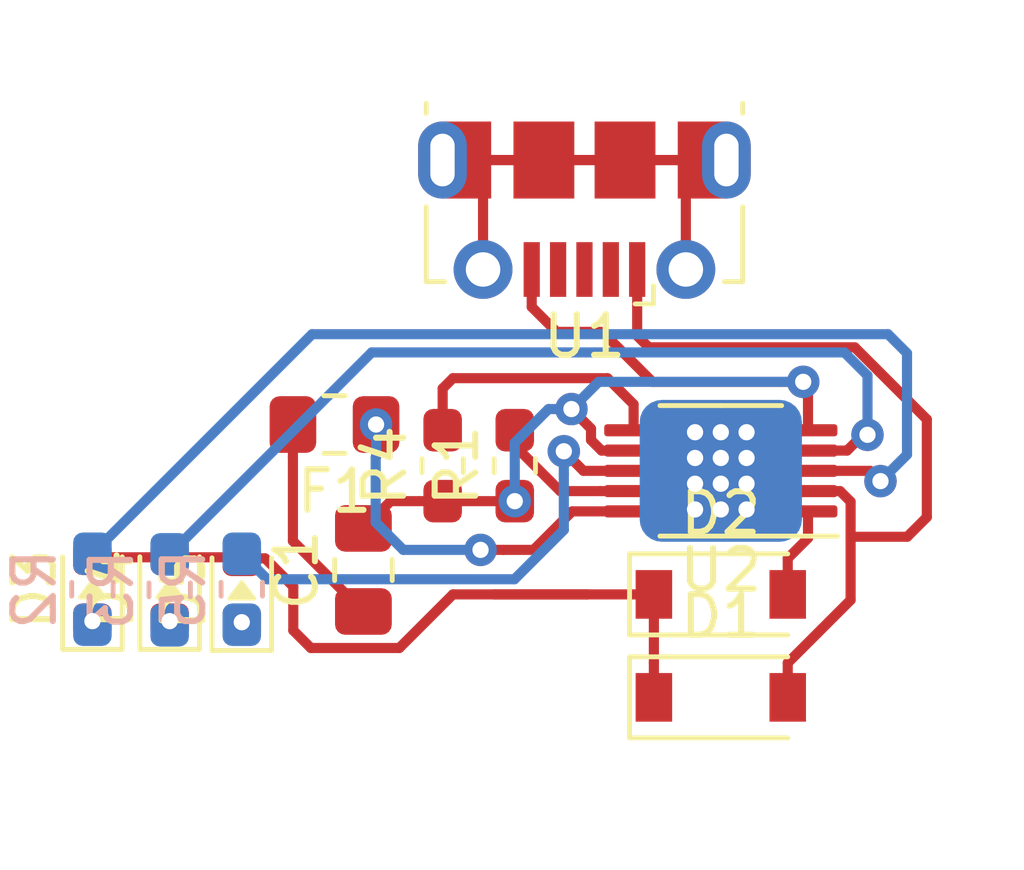
<source format=kicad_pcb>
(kicad_pcb (version 20171130) (host pcbnew 5.1.2-f72e74a~84~ubuntu18.04.1)

  (general
    (thickness 1.6)
    (drawings 0)
    (tracks 113)
    (zones 0)
    (modules 14)
    (nets 15)
  )

  (page User 215.9 139.7)
  (layers
    (0 F.Cu signal)
    (31 B.Cu signal)
    (32 B.Adhes user)
    (33 F.Adhes user)
    (34 B.Paste user)
    (35 F.Paste user)
    (36 B.SilkS user)
    (37 F.SilkS user)
    (38 B.Mask user)
    (39 F.Mask user)
    (40 Dwgs.User user)
    (41 Cmts.User user)
    (42 Eco1.User user)
    (43 Eco2.User user)
    (44 Edge.Cuts user)
    (45 Margin user)
    (46 B.CrtYd user)
    (47 F.CrtYd user)
    (48 B.Fab user)
    (49 F.Fab user)
  )

  (setup
    (last_trace_width 0.25)
    (trace_clearance 0.2)
    (zone_clearance 0.508)
    (zone_45_only no)
    (trace_min 0.2)
    (via_size 0.8)
    (via_drill 0.4)
    (via_min_size 0.4)
    (via_min_drill 0.3)
    (uvia_size 0.3)
    (uvia_drill 0.1)
    (uvias_allowed no)
    (uvia_min_size 0.2)
    (uvia_min_drill 0.1)
    (edge_width 0.05)
    (segment_width 0.2)
    (pcb_text_width 0.3)
    (pcb_text_size 1.5 1.5)
    (mod_edge_width 0.12)
    (mod_text_size 1 1)
    (mod_text_width 0.15)
    (pad_size 1.524 1.524)
    (pad_drill 0.762)
    (pad_to_mask_clearance 0.051)
    (solder_mask_min_width 0.25)
    (aux_axis_origin 0 0)
    (visible_elements FFFFFF7F)
    (pcbplotparams
      (layerselection 0x010fc_ffffffff)
      (usegerberextensions false)
      (usegerberattributes false)
      (usegerberadvancedattributes false)
      (creategerberjobfile false)
      (excludeedgelayer true)
      (linewidth 0.100000)
      (plotframeref false)
      (viasonmask false)
      (mode 1)
      (useauxorigin false)
      (hpglpennumber 1)
      (hpglpenspeed 20)
      (hpglpendiameter 15.000000)
      (psnegative false)
      (psa4output false)
      (plotreference true)
      (plotvalue true)
      (plotinvisibletext false)
      (padsonsilk false)
      (subtractmaskfromsilk false)
      (outputformat 1)
      (mirror false)
      (drillshape 1)
      (scaleselection 1)
      (outputdirectory ""))
  )

  (net 0 "")
  (net 1 GND)
  (net 2 Vout)
  (net 3 "Net-(D1-Pad2)")
  (net 4 "Net-(D1-Pad1)")
  (net 5 "Net-(D2-Pad2)")
  (net 6 "Net-(D3-Pad1)")
  (net 7 "Net-(D4-Pad1)")
  (net 8 "Net-(D5-Pad1)")
  (net 9 "Net-(F1-Pad1)")
  (net 10 "Net-(R1-Pad2)")
  (net 11 "Net-(R2-Pad1)")
  (net 12 "Net-(R3-Pad1)")
  (net 13 "Net-(R4-Pad2)")
  (net 14 "Net-(R5-Pad1)")

  (net_class Default "This is the default net class."
    (clearance 0.2)
    (trace_width 0.25)
    (via_dia 0.8)
    (via_drill 0.4)
    (uvia_dia 0.3)
    (uvia_drill 0.1)
    (add_net GND)
    (add_net "Net-(D1-Pad1)")
    (add_net "Net-(D1-Pad2)")
    (add_net "Net-(D2-Pad2)")
    (add_net "Net-(D3-Pad1)")
    (add_net "Net-(D4-Pad1)")
    (add_net "Net-(D5-Pad1)")
    (add_net "Net-(F1-Pad1)")
    (add_net "Net-(R1-Pad2)")
    (add_net "Net-(R2-Pad1)")
    (add_net "Net-(R3-Pad1)")
    (add_net "Net-(R4-Pad2)")
    (add_net "Net-(R5-Pad1)")
    (add_net "Net-(U1-Pad2)")
    (add_net "Net-(U1-Pad3)")
    (add_net "Net-(U1-Pad4)")
    (add_net Vout)
  )

  (module footprint-lib:MCP73837_MSOP10 (layer F.Cu) (tedit 5D064881) (tstamp 5D064F39)
    (at 38.862 36.83 180)
    (descr "MSOP, 10 Pin (https://www.analog.com/media/en/technical-documentation/data-sheets/3805fg.pdf#page=18), generated with kicad-footprint-generator ipc_gullwing_generator.py")
    (tags MCP73837_MSOP10)
    (path /5CF6CF79)
    (attr smd)
    (fp_text reference U2 (at 0 -2.45) (layer F.SilkS)
      (effects (font (size 1 1) (thickness 0.15)))
    )
    (fp_text value MCP73837_MSOP10 (at 0 2.45) (layer F.Fab)
      (effects (font (size 1 1) (thickness 0.15)))
    )
    (fp_line (start 0 1.61) (end 1.5 1.61) (layer F.SilkS) (width 0.12))
    (fp_line (start 0 1.61) (end -1.5 1.61) (layer F.SilkS) (width 0.12))
    (fp_line (start 0 -1.61) (end 1.5 -1.61) (layer F.SilkS) (width 0.12))
    (fp_line (start 0 -1.61) (end -2.875 -1.61) (layer F.SilkS) (width 0.12))
    (fp_line (start -0.75 -1.5) (end 1.5 -1.5) (layer F.Fab) (width 0.1))
    (fp_line (start 1.5 -1.5) (end 1.5 1.5) (layer F.Fab) (width 0.1))
    (fp_line (start 1.5 1.5) (end -1.5 1.5) (layer F.Fab) (width 0.1))
    (fp_line (start -1.5 1.5) (end -1.5 -0.75) (layer F.Fab) (width 0.1))
    (fp_line (start -1.5 -0.75) (end -0.75 -1.5) (layer F.Fab) (width 0.1))
    (fp_line (start -3.12 -1.75) (end -3.12 1.75) (layer F.CrtYd) (width 0.05))
    (fp_line (start -3.12 1.75) (end 3.12 1.75) (layer F.CrtYd) (width 0.05))
    (fp_line (start 3.12 1.75) (end 3.12 -1.75) (layer F.CrtYd) (width 0.05))
    (fp_line (start 3.12 -1.75) (end -3.12 -1.75) (layer F.CrtYd) (width 0.05))
    (fp_text user %R (at 0 0) (layer F.Fab)
      (effects (font (size 0.75 0.75) (thickness 0.11)))
    )
    (pad PAD thru_hole circle (at 0.635 0.9525 180) (size 0.5 0.5) (drill 0.4) (layers *.Cu))
    (pad PAD thru_hole circle (at 0 0.9525 180) (size 0.5 0.5) (drill 0.4) (layers *.Cu))
    (pad PAD thru_hole circle (at -0.635 0.9525 180) (size 0.5 0.5) (drill 0.4) (layers *.Cu))
    (pad PAD thru_hole circle (at 0.635 0.3175 180) (size 0.5 0.5) (drill 0.4) (layers *.Cu))
    (pad PAD thru_hole circle (at 0 0.3175 180) (size 0.5 0.5) (drill 0.4) (layers *.Cu))
    (pad PAD thru_hole circle (at -0.635 0.3175 180) (size 0.5 0.5) (drill 0.4) (layers *.Cu))
    (pad PAD thru_hole circle (at 0.635 -0.3175 180) (size 0.5 0.5) (drill 0.4) (layers *.Cu))
    (pad PAD thru_hole circle (at 0 -0.3175 180) (size 0.5 0.5) (drill 0.4) (layers *.Cu))
    (pad PAD thru_hole circle (at -0.635 -0.3175 180) (size 0.5 0.5) (drill 0.4) (layers *.Cu))
    (pad PAD thru_hole circle (at 0.635 -0.9525 180) (size 0.5 0.5) (drill 0.4) (layers *.Cu))
    (pad PAD thru_hole circle (at 0 -0.9525 180) (size 0.5 0.5) (drill 0.4) (layers *.Cu))
    (pad PAD thru_hole circle (at -0.635 -0.9525 180) (size 0.5 0.5) (drill 0.4) (layers *.Cu))
    (pad PAD smd roundrect (at 0 0 180) (size 1.8 2.5) (layers F.Cu F.Mask) (roundrect_rratio 0.149))
    (pad PAD smd roundrect (at 0 0 180) (size 4 3.5) (layers B.Cu) (roundrect_rratio 0.156))
    (pad "" smd roundrect (at -0.42 -0.47 180) (size 0.7 0.79) (layers F.Paste) (roundrect_rratio 0.25))
    (pad "" smd roundrect (at -0.42 0.47 180) (size 0.7 0.79) (layers F.Paste) (roundrect_rratio 0.25))
    (pad "" smd roundrect (at 0.42 -0.47 180) (size 0.7 0.79) (layers F.Paste) (roundrect_rratio 0.25))
    (pad "" smd roundrect (at 0.42 0.47 180) (size 0.7 0.79) (layers F.Paste) (roundrect_rratio 0.25))
    (pad 1 smd roundrect (at -2.15 -1 180) (size 1.45 0.3) (layers F.Cu F.Paste F.Mask) (roundrect_rratio 0.25)
      (net 5 "Net-(D2-Pad2)"))
    (pad 2 smd roundrect (at -2.15 -0.5 180) (size 1.45 0.3) (layers F.Cu F.Paste F.Mask) (roundrect_rratio 0.25)
      (net 3 "Net-(D1-Pad2)"))
    (pad 3 smd roundrect (at -2.15 0 180) (size 1.45 0.3) (layers F.Cu F.Paste F.Mask) (roundrect_rratio 0.25)
      (net 11 "Net-(R2-Pad1)"))
    (pad 4 smd roundrect (at -2.15 0.5 180) (size 1.45 0.3) (layers F.Cu F.Paste F.Mask) (roundrect_rratio 0.25)
      (net 12 "Net-(R3-Pad1)"))
    (pad 5 smd roundrect (at -2.15 1 180) (size 1.45 0.3) (layers F.Cu F.Paste F.Mask) (roundrect_rratio 0.25)
      (net 1 GND))
    (pad 6 smd roundrect (at 2.15 1 180) (size 1.45 0.3) (layers F.Cu F.Paste F.Mask) (roundrect_rratio 0.25)
      (net 13 "Net-(R4-Pad2)"))
    (pad 7 smd roundrect (at 2.15 0.5 180) (size 1.45 0.3) (layers F.Cu F.Paste F.Mask) (roundrect_rratio 0.25)
      (net 1 GND))
    (pad 8 smd roundrect (at 2.15 0 180) (size 1.45 0.3) (layers F.Cu F.Paste F.Mask) (roundrect_rratio 0.25)
      (net 14 "Net-(R5-Pad1)"))
    (pad 9 smd roundrect (at 2.15 -0.5 180) (size 1.45 0.3) (layers F.Cu F.Paste F.Mask) (roundrect_rratio 0.25)
      (net 10 "Net-(R1-Pad2)"))
    (pad 10 smd roundrect (at 2.15 -1 180) (size 1.45 0.3) (layers F.Cu F.Paste F.Mask) (roundrect_rratio 0.25)
      (net 9 "Net-(F1-Pad1)"))
    (model ${KISYS3DMOD}/Package_SO.3dshapes/MSOP-10-1EP_3x3mm_P0.5mm_EP1.68x1.88mm.wrl
      (at (xyz 0 0 0))
      (scale (xyz 1 1 1))
      (rotate (xyz 0 0 0))
    )
  )

  (module Capacitor_SMD:C_0805_2012Metric_Pad1.15x1.40mm_HandSolder (layer F.Cu) (tedit 5B36C52B) (tstamp 5D06B80D)
    (at 30.05 39.274999 90)
    (descr "Capacitor SMD 0805 (2012 Metric), square (rectangular) end terminal, IPC_7351 nominal with elongated pad for handsoldering. (Body size source: https://docs.google.com/spreadsheets/d/1BsfQQcO9C6DZCsRaXUlFlo91Tg2WpOkGARC1WS5S8t0/edit?usp=sharing), generated with kicad-footprint-generator")
    (tags "capacitor handsolder")
    (path /5D067E4E)
    (attr smd)
    (fp_text reference C1 (at 0 -1.65 90) (layer F.SilkS)
      (effects (font (size 1 1) (thickness 0.15)))
    )
    (fp_text value C106,0805 (at 0 1.65 90) (layer F.Fab)
      (effects (font (size 1 1) (thickness 0.15)))
    )
    (fp_text user %R (at 0 0 90) (layer F.Fab)
      (effects (font (size 0.5 0.5) (thickness 0.08)))
    )
    (fp_line (start 1.85 0.95) (end -1.85 0.95) (layer F.CrtYd) (width 0.05))
    (fp_line (start 1.85 -0.95) (end 1.85 0.95) (layer F.CrtYd) (width 0.05))
    (fp_line (start -1.85 -0.95) (end 1.85 -0.95) (layer F.CrtYd) (width 0.05))
    (fp_line (start -1.85 0.95) (end -1.85 -0.95) (layer F.CrtYd) (width 0.05))
    (fp_line (start -0.261252 0.71) (end 0.261252 0.71) (layer F.SilkS) (width 0.12))
    (fp_line (start -0.261252 -0.71) (end 0.261252 -0.71) (layer F.SilkS) (width 0.12))
    (fp_line (start 1 0.6) (end -1 0.6) (layer F.Fab) (width 0.1))
    (fp_line (start 1 -0.6) (end 1 0.6) (layer F.Fab) (width 0.1))
    (fp_line (start -1 -0.6) (end 1 -0.6) (layer F.Fab) (width 0.1))
    (fp_line (start -1 0.6) (end -1 -0.6) (layer F.Fab) (width 0.1))
    (pad 2 smd roundrect (at 1.025 0 90) (size 1.15 1.4) (layers F.Cu F.Paste F.Mask) (roundrect_rratio 0.217391)
      (net 1 GND))
    (pad 1 smd roundrect (at -1.025 0 90) (size 1.15 1.4) (layers F.Cu F.Paste F.Mask) (roundrect_rratio 0.217391)
      (net 2 Vout))
    (model ${KISYS3DMOD}/Capacitor_SMD.3dshapes/C_0805_2012Metric.wrl
      (at (xyz 0 0 0))
      (scale (xyz 1 1 1))
      (rotate (xyz 0 0 0))
    )
  )

  (module footprint-lib:USB_Micro-B_Molex-105017-0001 (layer F.Cu) (tedit 5CF4B89B) (tstamp 5D064F13)
    (at 35.5 30.4 180)
    (descr http://www.molex.com/pdm_docs/sd/1050170001_sd.pdf)
    (tags "Micro-USB SMD Typ-B")
    (path /5CF7C2FA)
    (attr smd)
    (fp_text reference U1 (at 0 -3.1125) (layer F.SilkS)
      (effects (font (size 1 1) (thickness 0.15)))
    )
    (fp_text value USB_Micro (at 0.3 4.3375) (layer F.Fab)
      (effects (font (size 1 1) (thickness 0.15)))
    )
    (fp_line (start -1.1 -2.1225) (end -1.1 -1.9125) (layer F.Fab) (width 0.1))
    (fp_line (start -1.5 -2.1225) (end -1.5 -1.9125) (layer F.Fab) (width 0.1))
    (fp_line (start -1.5 -2.1225) (end -1.1 -2.1225) (layer F.Fab) (width 0.1))
    (fp_line (start -1.1 -1.9125) (end -1.3 -1.7125) (layer F.Fab) (width 0.1))
    (fp_line (start -1.3 -1.7125) (end -1.5 -1.9125) (layer F.Fab) (width 0.1))
    (fp_line (start -1.7 -2.3125) (end -1.7 -1.8625) (layer F.SilkS) (width 0.12))
    (fp_line (start -1.7 -2.3125) (end -1.25 -2.3125) (layer F.SilkS) (width 0.12))
    (fp_line (start 3.9 -1.7625) (end 3.45 -1.7625) (layer F.SilkS) (width 0.12))
    (fp_line (start 3.9 0.0875) (end 3.9 -1.7625) (layer F.SilkS) (width 0.12))
    (fp_line (start -3.9 2.6375) (end -3.9 2.3875) (layer F.SilkS) (width 0.12))
    (fp_line (start -3.75 3.3875) (end -3.75 -1.6125) (layer F.Fab) (width 0.1))
    (fp_line (start -3.75 -1.6125) (end 3.75 -1.6125) (layer F.Fab) (width 0.1))
    (fp_line (start -3.75 3.389204) (end 3.75 3.389204) (layer F.Fab) (width 0.1))
    (fp_line (start -3 2.689204) (end 3 2.689204) (layer F.Fab) (width 0.1))
    (fp_line (start 3.75 3.3875) (end 3.75 -1.6125) (layer F.Fab) (width 0.1))
    (fp_line (start 3.9 2.6375) (end 3.9 2.3875) (layer F.SilkS) (width 0.12))
    (fp_line (start -3.9 0.0875) (end -3.9 -1.7625) (layer F.SilkS) (width 0.12))
    (fp_line (start -3.9 -1.7625) (end -3.45 -1.7625) (layer F.SilkS) (width 0.12))
    (fp_line (start -4.4 3.64) (end -4.4 -2.46) (layer F.CrtYd) (width 0.05))
    (fp_line (start -4.4 -2.46) (end 4.4 -2.46) (layer F.CrtYd) (width 0.05))
    (fp_line (start 4.4 -2.46) (end 4.4 3.64) (layer F.CrtYd) (width 0.05))
    (fp_line (start -4.4 3.64) (end 4.4 3.64) (layer F.CrtYd) (width 0.05))
    (fp_text user %R (at 0 0.8875) (layer F.Fab)
      (effects (font (size 1 1) (thickness 0.15)))
    )
    (fp_text user "PCB Edge" (at 0 3.2) (layer Dwgs.User)
      (effects (font (size 0.5 0.5) (thickness 0.08)))
    )
    (pad 6 smd rect (at -2.9 1.2375 180) (size 1.2 1.9) (layers F.Cu F.Mask)
      (net 1 GND))
    (pad 7 smd rect (at 2.9 1.2375 180) (size 1.2 1.9) (layers F.Cu F.Mask)
      (net 1 GND))
    (pad 7 thru_hole oval (at 3.5 1.2375 180) (size 1.2 1.9) (drill oval 0.6 1.3) (layers *.Cu *.Mask)
      (net 1 GND))
    (pad 6 thru_hole oval (at -3.5 1.2375) (size 1.2 1.9) (drill oval 0.6 1.3) (layers *.Cu *.Mask)
      (net 1 GND))
    (pad 6 smd rect (at -1 1.2375 180) (size 1.5 1.9) (layers F.Cu F.Paste F.Mask)
      (net 1 GND))
    (pad 9 thru_hole circle (at 2.5 -1.4625 180) (size 1.45 1.45) (drill 0.85) (layers *.Cu *.Mask)
      (net 1 GND))
    (pad 3 smd rect (at 0 -1.4625 180) (size 0.4 1.35) (layers F.Cu F.Paste F.Mask))
    (pad 4 smd rect (at 0.65 -1.4625 180) (size 0.4 1.35) (layers F.Cu F.Paste F.Mask))
    (pad 5 smd rect (at 1.3 -1.4625 180) (size 0.4 1.35) (layers F.Cu F.Paste F.Mask)
      (net 1 GND))
    (pad 1 smd rect (at -1.3 -1.4625 180) (size 0.4 1.35) (layers F.Cu F.Paste F.Mask)
      (net 3 "Net-(D1-Pad2)"))
    (pad 2 smd rect (at -0.65 -1.4625 180) (size 0.4 1.35) (layers F.Cu F.Paste F.Mask))
    (pad 8 thru_hole circle (at -2.5 -1.4625 180) (size 1.45 1.45) (drill 0.85) (layers *.Cu *.Mask)
      (net 1 GND))
    (pad 7 smd rect (at 1 1.2375 180) (size 1.5 1.9) (layers F.Cu F.Paste F.Mask)
      (net 1 GND))
    (model /home/logic/_workspace/kicad/kicad_library/kicad-packages3d/Connector_USB_Extra.3dshapes/USB_Micro-B_Molex-105017-0001.wrl
      (at (xyz 0 0 0))
      (scale (xyz 1.1 1 1))
      (rotate (xyz 0 0 0))
    )
  )

  (module Resistor_SMD:R_0603_1608Metric_Pad1.05x0.95mm_HandSolder (layer B.Cu) (tedit 5B301BBD) (tstamp 5D064EEA)
    (at 27.051 39.751 270)
    (descr "Resistor SMD 0603 (1608 Metric), square (rectangular) end terminal, IPC_7351 nominal with elongated pad for handsoldering. (Body size source: http://www.tortai-tech.com/upload/download/2011102023233369053.pdf), generated with kicad-footprint-generator")
    (tags "resistor handsolder")
    (path /5CF75C3A)
    (attr smd)
    (fp_text reference R5 (at 0 1.43 90) (layer B.SilkS)
      (effects (font (size 1 1) (thickness 0.15)) (justify mirror))
    )
    (fp_text value R122,0603 (at 0 -1.43 90) (layer B.Fab)
      (effects (font (size 1 1) (thickness 0.15)) (justify mirror))
    )
    (fp_text user %R (at 0 0 90) (layer B.Fab)
      (effects (font (size 0.4 0.4) (thickness 0.06)) (justify mirror))
    )
    (fp_line (start 1.65 -0.73) (end -1.65 -0.73) (layer B.CrtYd) (width 0.05))
    (fp_line (start 1.65 0.73) (end 1.65 -0.73) (layer B.CrtYd) (width 0.05))
    (fp_line (start -1.65 0.73) (end 1.65 0.73) (layer B.CrtYd) (width 0.05))
    (fp_line (start -1.65 -0.73) (end -1.65 0.73) (layer B.CrtYd) (width 0.05))
    (fp_line (start -0.171267 -0.51) (end 0.171267 -0.51) (layer B.SilkS) (width 0.12))
    (fp_line (start -0.171267 0.51) (end 0.171267 0.51) (layer B.SilkS) (width 0.12))
    (fp_line (start 0.8 -0.4) (end -0.8 -0.4) (layer B.Fab) (width 0.1))
    (fp_line (start 0.8 0.4) (end 0.8 -0.4) (layer B.Fab) (width 0.1))
    (fp_line (start -0.8 0.4) (end 0.8 0.4) (layer B.Fab) (width 0.1))
    (fp_line (start -0.8 -0.4) (end -0.8 0.4) (layer B.Fab) (width 0.1))
    (pad 2 smd roundrect (at 0.875 0 270) (size 1.05 0.95) (layers B.Cu B.Paste B.Mask) (roundrect_rratio 0.25)
      (net 8 "Net-(D5-Pad1)"))
    (pad 1 smd roundrect (at -0.875 0 270) (size 1.05 0.95) (layers B.Cu B.Paste B.Mask) (roundrect_rratio 0.25)
      (net 14 "Net-(R5-Pad1)"))
    (model ${KISYS3DMOD}/Resistor_SMD.3dshapes/R_0603_1608Metric.wrl
      (at (xyz 0 0 0))
      (scale (xyz 1 1 1))
      (rotate (xyz 0 0 0))
    )
  )

  (module Resistor_SMD:R_0603_1608Metric_Pad1.05x0.95mm_HandSolder (layer F.Cu) (tedit 5B301BBD) (tstamp 5D06D570)
    (at 32.004 36.703 90)
    (descr "Resistor SMD 0603 (1608 Metric), square (rectangular) end terminal, IPC_7351 nominal with elongated pad for handsoldering. (Body size source: http://www.tortai-tech.com/upload/download/2011102023233369053.pdf), generated with kicad-footprint-generator")
    (tags "resistor handsolder")
    (path /5CF80BC3)
    (attr smd)
    (fp_text reference R4 (at 0 -1.43 90) (layer F.SilkS)
      (effects (font (size 1 1) (thickness 0.15)))
    )
    (fp_text value R122,0603 (at 0 1.43 90) (layer F.Fab)
      (effects (font (size 1 1) (thickness 0.15)))
    )
    (fp_text user %R (at 0 0 90) (layer F.Fab)
      (effects (font (size 0.4 0.4) (thickness 0.06)))
    )
    (fp_line (start 1.65 0.73) (end -1.65 0.73) (layer F.CrtYd) (width 0.05))
    (fp_line (start 1.65 -0.73) (end 1.65 0.73) (layer F.CrtYd) (width 0.05))
    (fp_line (start -1.65 -0.73) (end 1.65 -0.73) (layer F.CrtYd) (width 0.05))
    (fp_line (start -1.65 0.73) (end -1.65 -0.73) (layer F.CrtYd) (width 0.05))
    (fp_line (start -0.171267 0.51) (end 0.171267 0.51) (layer F.SilkS) (width 0.12))
    (fp_line (start -0.171267 -0.51) (end 0.171267 -0.51) (layer F.SilkS) (width 0.12))
    (fp_line (start 0.8 0.4) (end -0.8 0.4) (layer F.Fab) (width 0.1))
    (fp_line (start 0.8 -0.4) (end 0.8 0.4) (layer F.Fab) (width 0.1))
    (fp_line (start -0.8 -0.4) (end 0.8 -0.4) (layer F.Fab) (width 0.1))
    (fp_line (start -0.8 0.4) (end -0.8 -0.4) (layer F.Fab) (width 0.1))
    (pad 2 smd roundrect (at 0.875 0 90) (size 1.05 0.95) (layers F.Cu F.Paste F.Mask) (roundrect_rratio 0.25)
      (net 13 "Net-(R4-Pad2)"))
    (pad 1 smd roundrect (at -0.875 0 90) (size 1.05 0.95) (layers F.Cu F.Paste F.Mask) (roundrect_rratio 0.25)
      (net 1 GND))
    (model ${KISYS3DMOD}/Resistor_SMD.3dshapes/R_0603_1608Metric.wrl
      (at (xyz 0 0 0))
      (scale (xyz 1 1 1))
      (rotate (xyz 0 0 0))
    )
  )

  (module Resistor_SMD:R_0603_1608Metric_Pad1.05x0.95mm_HandSolder (layer B.Cu) (tedit 5B301BBD) (tstamp 5D064EC8)
    (at 25.273 39.765001 270)
    (descr "Resistor SMD 0603 (1608 Metric), square (rectangular) end terminal, IPC_7351 nominal with elongated pad for handsoldering. (Body size source: http://www.tortai-tech.com/upload/download/2011102023233369053.pdf), generated with kicad-footprint-generator")
    (tags "resistor handsolder")
    (path /5CF75A58)
    (attr smd)
    (fp_text reference R3 (at 0 1.43 90) (layer B.SilkS)
      (effects (font (size 1 1) (thickness 0.15)) (justify mirror))
    )
    (fp_text value R122,0603 (at 0 -1.43 90) (layer B.Fab)
      (effects (font (size 1 1) (thickness 0.15)) (justify mirror))
    )
    (fp_text user %R (at 0 0 90) (layer B.Fab)
      (effects (font (size 0.4 0.4) (thickness 0.06)) (justify mirror))
    )
    (fp_line (start 1.65 -0.73) (end -1.65 -0.73) (layer B.CrtYd) (width 0.05))
    (fp_line (start 1.65 0.73) (end 1.65 -0.73) (layer B.CrtYd) (width 0.05))
    (fp_line (start -1.65 0.73) (end 1.65 0.73) (layer B.CrtYd) (width 0.05))
    (fp_line (start -1.65 -0.73) (end -1.65 0.73) (layer B.CrtYd) (width 0.05))
    (fp_line (start -0.171267 -0.51) (end 0.171267 -0.51) (layer B.SilkS) (width 0.12))
    (fp_line (start -0.171267 0.51) (end 0.171267 0.51) (layer B.SilkS) (width 0.12))
    (fp_line (start 0.8 -0.4) (end -0.8 -0.4) (layer B.Fab) (width 0.1))
    (fp_line (start 0.8 0.4) (end 0.8 -0.4) (layer B.Fab) (width 0.1))
    (fp_line (start -0.8 0.4) (end 0.8 0.4) (layer B.Fab) (width 0.1))
    (fp_line (start -0.8 -0.4) (end -0.8 0.4) (layer B.Fab) (width 0.1))
    (pad 2 smd roundrect (at 0.875 0 270) (size 1.05 0.95) (layers B.Cu B.Paste B.Mask) (roundrect_rratio 0.25)
      (net 7 "Net-(D4-Pad1)"))
    (pad 1 smd roundrect (at -0.875 0 270) (size 1.05 0.95) (layers B.Cu B.Paste B.Mask) (roundrect_rratio 0.25)
      (net 12 "Net-(R3-Pad1)"))
    (model ${KISYS3DMOD}/Resistor_SMD.3dshapes/R_0603_1608Metric.wrl
      (at (xyz 0 0 0))
      (scale (xyz 1 1 1))
      (rotate (xyz 0 0 0))
    )
  )

  (module Resistor_SMD:R_0603_1608Metric_Pad1.05x0.95mm_HandSolder (layer B.Cu) (tedit 5B301BBD) (tstamp 5D064EB7)
    (at 23.368 39.751 270)
    (descr "Resistor SMD 0603 (1608 Metric), square (rectangular) end terminal, IPC_7351 nominal with elongated pad for handsoldering. (Body size source: http://www.tortai-tech.com/upload/download/2011102023233369053.pdf), generated with kicad-footprint-generator")
    (tags "resistor handsolder")
    (path /5CF75167)
    (attr smd)
    (fp_text reference R2 (at 0 1.43 90) (layer B.SilkS)
      (effects (font (size 1 1) (thickness 0.15)) (justify mirror))
    )
    (fp_text value R122,0603 (at 0 -1.43 90) (layer B.Fab)
      (effects (font (size 1 1) (thickness 0.15)) (justify mirror))
    )
    (fp_text user %R (at 0 0 90) (layer B.Fab)
      (effects (font (size 0.4 0.4) (thickness 0.06)) (justify mirror))
    )
    (fp_line (start 1.65 -0.73) (end -1.65 -0.73) (layer B.CrtYd) (width 0.05))
    (fp_line (start 1.65 0.73) (end 1.65 -0.73) (layer B.CrtYd) (width 0.05))
    (fp_line (start -1.65 0.73) (end 1.65 0.73) (layer B.CrtYd) (width 0.05))
    (fp_line (start -1.65 -0.73) (end -1.65 0.73) (layer B.CrtYd) (width 0.05))
    (fp_line (start -0.171267 -0.51) (end 0.171267 -0.51) (layer B.SilkS) (width 0.12))
    (fp_line (start -0.171267 0.51) (end 0.171267 0.51) (layer B.SilkS) (width 0.12))
    (fp_line (start 0.8 -0.4) (end -0.8 -0.4) (layer B.Fab) (width 0.1))
    (fp_line (start 0.8 0.4) (end 0.8 -0.4) (layer B.Fab) (width 0.1))
    (fp_line (start -0.8 0.4) (end 0.8 0.4) (layer B.Fab) (width 0.1))
    (fp_line (start -0.8 -0.4) (end -0.8 0.4) (layer B.Fab) (width 0.1))
    (pad 2 smd roundrect (at 0.875 0 270) (size 1.05 0.95) (layers B.Cu B.Paste B.Mask) (roundrect_rratio 0.25)
      (net 6 "Net-(D3-Pad1)"))
    (pad 1 smd roundrect (at -0.875 0 270) (size 1.05 0.95) (layers B.Cu B.Paste B.Mask) (roundrect_rratio 0.25)
      (net 11 "Net-(R2-Pad1)"))
    (model ${KISYS3DMOD}/Resistor_SMD.3dshapes/R_0603_1608Metric.wrl
      (at (xyz 0 0 0))
      (scale (xyz 1 1 1))
      (rotate (xyz 0 0 0))
    )
  )

  (module Resistor_SMD:R_0603_1608Metric_Pad1.05x0.95mm_HandSolder (layer F.Cu) (tedit 5B301BBD) (tstamp 5D064EA6)
    (at 33.782 36.703 90)
    (descr "Resistor SMD 0603 (1608 Metric), square (rectangular) end terminal, IPC_7351 nominal with elongated pad for handsoldering. (Body size source: http://www.tortai-tech.com/upload/download/2011102023233369053.pdf), generated with kicad-footprint-generator")
    (tags "resistor handsolder")
    (path /5CF7FBAA)
    (attr smd)
    (fp_text reference R1 (at 0 -1.43 90) (layer F.SilkS)
      (effects (font (size 1 1) (thickness 0.15)))
    )
    (fp_text value R103,0603 (at 0 1.43 90) (layer F.Fab)
      (effects (font (size 1 1) (thickness 0.15)))
    )
    (fp_text user %R (at 0 0 90) (layer F.Fab)
      (effects (font (size 0.4 0.4) (thickness 0.06)))
    )
    (fp_line (start 1.65 0.73) (end -1.65 0.73) (layer F.CrtYd) (width 0.05))
    (fp_line (start 1.65 -0.73) (end 1.65 0.73) (layer F.CrtYd) (width 0.05))
    (fp_line (start -1.65 -0.73) (end 1.65 -0.73) (layer F.CrtYd) (width 0.05))
    (fp_line (start -1.65 0.73) (end -1.65 -0.73) (layer F.CrtYd) (width 0.05))
    (fp_line (start -0.171267 0.51) (end 0.171267 0.51) (layer F.SilkS) (width 0.12))
    (fp_line (start -0.171267 -0.51) (end 0.171267 -0.51) (layer F.SilkS) (width 0.12))
    (fp_line (start 0.8 0.4) (end -0.8 0.4) (layer F.Fab) (width 0.1))
    (fp_line (start 0.8 -0.4) (end 0.8 0.4) (layer F.Fab) (width 0.1))
    (fp_line (start -0.8 -0.4) (end 0.8 -0.4) (layer F.Fab) (width 0.1))
    (fp_line (start -0.8 0.4) (end -0.8 -0.4) (layer F.Fab) (width 0.1))
    (pad 2 smd roundrect (at 0.875 0 90) (size 1.05 0.95) (layers F.Cu F.Paste F.Mask) (roundrect_rratio 0.25)
      (net 10 "Net-(R1-Pad2)"))
    (pad 1 smd roundrect (at -0.875 0 90) (size 1.05 0.95) (layers F.Cu F.Paste F.Mask) (roundrect_rratio 0.25)
      (net 1 GND))
    (model ${KISYS3DMOD}/Resistor_SMD.3dshapes/R_0603_1608Metric.wrl
      (at (xyz 0 0 0))
      (scale (xyz 1 1 1))
      (rotate (xyz 0 0 0))
    )
  )

  (module Resistor_SMD:R_0805_2012Metric_Pad1.15x1.40mm_HandSolder (layer F.Cu) (tedit 5B36C52B) (tstamp 5D064E95)
    (at 29.337 35.687 180)
    (descr "Resistor SMD 0805 (2012 Metric), square (rectangular) end terminal, IPC_7351 nominal with elongated pad for handsoldering. (Body size source: https://docs.google.com/spreadsheets/d/1BsfQQcO9C6DZCsRaXUlFlo91Tg2WpOkGARC1WS5S8t0/edit?usp=sharing), generated with kicad-footprint-generator")
    (tags "resistor handsolder")
    (path /5CF8671F)
    (attr smd)
    (fp_text reference F1 (at 0 -1.65) (layer F.SilkS)
      (effects (font (size 1 1) (thickness 0.15)))
    )
    (fp_text value Fuse_Small,0805 (at 0 1.65) (layer F.Fab)
      (effects (font (size 1 1) (thickness 0.15)))
    )
    (fp_text user %R (at 0 0) (layer F.Fab)
      (effects (font (size 0.5 0.5) (thickness 0.08)))
    )
    (fp_line (start 1.85 0.95) (end -1.85 0.95) (layer F.CrtYd) (width 0.05))
    (fp_line (start 1.85 -0.95) (end 1.85 0.95) (layer F.CrtYd) (width 0.05))
    (fp_line (start -1.85 -0.95) (end 1.85 -0.95) (layer F.CrtYd) (width 0.05))
    (fp_line (start -1.85 0.95) (end -1.85 -0.95) (layer F.CrtYd) (width 0.05))
    (fp_line (start -0.261252 0.71) (end 0.261252 0.71) (layer F.SilkS) (width 0.12))
    (fp_line (start -0.261252 -0.71) (end 0.261252 -0.71) (layer F.SilkS) (width 0.12))
    (fp_line (start 1 0.6) (end -1 0.6) (layer F.Fab) (width 0.1))
    (fp_line (start 1 -0.6) (end 1 0.6) (layer F.Fab) (width 0.1))
    (fp_line (start -1 -0.6) (end 1 -0.6) (layer F.Fab) (width 0.1))
    (fp_line (start -1 0.6) (end -1 -0.6) (layer F.Fab) (width 0.1))
    (pad 2 smd roundrect (at 1.025 0 180) (size 1.15 1.4) (layers F.Cu F.Paste F.Mask) (roundrect_rratio 0.217391)
      (net 2 Vout))
    (pad 1 smd roundrect (at -1.025 0 180) (size 1.15 1.4) (layers F.Cu F.Paste F.Mask) (roundrect_rratio 0.217391)
      (net 9 "Net-(F1-Pad1)"))
    (model ${KISYS3DMOD}/Resistor_SMD.3dshapes/R_0805_2012Metric.wrl
      (at (xyz 0 0 0))
      (scale (xyz 1 1 1))
      (rotate (xyz 0 0 0))
    )
  )

  (module footprint-lib:LED_0603_1608Metric (layer F.Cu) (tedit 5CE3E319) (tstamp 5D064E84)
    (at 27.051 39.776501 90)
    (descr "LED SMD 0603 (1608 Metric), square (rectangular) end terminal, IPC_7351 nominal, (Body size source: http://www.tortai-tech.com/upload/download/2011102023233369053.pdf), generated with kicad-footprint-generator")
    (tags diode)
    (path /5CF768BE)
    (attr smd)
    (fp_text reference D5 (at 0 -1.43 90) (layer F.SilkS)
      (effects (font (size 1 1) (thickness 0.15)))
    )
    (fp_text value LED_RED,0603 (at 0 1.43 90) (layer F.Fab)
      (effects (font (size 1 1) (thickness 0.15)))
    )
    (fp_line (start 0.1 0) (end -0.1 0) (layer F.SilkS) (width 0.2))
    (fp_line (start -0.05 0.1) (end -0.05 -0.1) (layer F.SilkS) (width 0.1))
    (fp_line (start -0.2 -0.3) (end -0.2 0.3) (layer F.SilkS) (width 0.1))
    (fp_line (start 0.2 0) (end -0.2 -0.3) (layer F.SilkS) (width 0.1))
    (fp_line (start -0.1 -0.2) (end -0.1 0.2) (layer F.SilkS) (width 0.1))
    (fp_line (start -0.2 0.3) (end 0.2 0) (layer F.SilkS) (width 0.1))
    (fp_line (start 0.8 -0.4) (end -0.5 -0.4) (layer F.Fab) (width 0.1))
    (fp_line (start -0.5 -0.4) (end -0.8 -0.1) (layer F.Fab) (width 0.1))
    (fp_line (start -0.8 -0.1) (end -0.8 0.4) (layer F.Fab) (width 0.1))
    (fp_line (start -0.8 0.4) (end 0.8 0.4) (layer F.Fab) (width 0.1))
    (fp_line (start 0.8 0.4) (end 0.8 -0.4) (layer F.Fab) (width 0.1))
    (fp_line (start 0.8 -0.735) (end -1.485 -0.735) (layer F.SilkS) (width 0.12))
    (fp_line (start -1.485 -0.735) (end -1.485 0.735) (layer F.SilkS) (width 0.12))
    (fp_line (start -1.485 0.735) (end 0.8 0.735) (layer F.SilkS) (width 0.12))
    (fp_line (start -1.48 0.73) (end -1.48 -0.73) (layer F.CrtYd) (width 0.05))
    (fp_line (start -1.48 -0.73) (end 1.48 -0.73) (layer F.CrtYd) (width 0.05))
    (fp_line (start 1.48 -0.73) (end 1.48 0.73) (layer F.CrtYd) (width 0.05))
    (fp_line (start 1.48 0.73) (end -1.48 0.73) (layer F.CrtYd) (width 0.05))
    (fp_text user %R (at 0 0 90) (layer F.Fab)
      (effects (font (size 0.4 0.4) (thickness 0.06)))
    )
    (pad 1 smd roundrect (at -0.7875 0 90) (size 0.875 0.95) (layers F.Cu F.Paste F.Mask) (roundrect_rratio 0.25)
      (net 8 "Net-(D5-Pad1)"))
    (pad 2 smd roundrect (at 0.7875 0 90) (size 0.875 0.95) (layers F.Cu F.Paste F.Mask) (roundrect_rratio 0.25)
      (net 4 "Net-(D1-Pad1)"))
    (model ${KISYS3DMOD}/LED_SMD.3dshapes/LED_0603_1608Metric.wrl
      (at (xyz 0 0 0))
      (scale (xyz 1 1 1))
      (rotate (xyz 0 0 0))
    )
  )

  (module footprint-lib:LED_0603_1608Metric (layer F.Cu) (tedit 5CE3E319) (tstamp 5D064E6B)
    (at 25.273 39.751 90)
    (descr "LED SMD 0603 (1608 Metric), square (rectangular) end terminal, IPC_7351 nominal, (Body size source: http://www.tortai-tech.com/upload/download/2011102023233369053.pdf), generated with kicad-footprint-generator")
    (tags diode)
    (path /5CF7747C)
    (attr smd)
    (fp_text reference D4 (at 0 -1.43 90) (layer F.SilkS)
      (effects (font (size 1 1) (thickness 0.15)))
    )
    (fp_text value LED_GREEN,0603 (at 0 1.43 90) (layer F.Fab)
      (effects (font (size 1 1) (thickness 0.15)))
    )
    (fp_line (start 0.1 0) (end -0.1 0) (layer F.SilkS) (width 0.2))
    (fp_line (start -0.05 0.1) (end -0.05 -0.1) (layer F.SilkS) (width 0.1))
    (fp_line (start -0.2 -0.3) (end -0.2 0.3) (layer F.SilkS) (width 0.1))
    (fp_line (start 0.2 0) (end -0.2 -0.3) (layer F.SilkS) (width 0.1))
    (fp_line (start -0.1 -0.2) (end -0.1 0.2) (layer F.SilkS) (width 0.1))
    (fp_line (start -0.2 0.3) (end 0.2 0) (layer F.SilkS) (width 0.1))
    (fp_line (start 0.8 -0.4) (end -0.5 -0.4) (layer F.Fab) (width 0.1))
    (fp_line (start -0.5 -0.4) (end -0.8 -0.1) (layer F.Fab) (width 0.1))
    (fp_line (start -0.8 -0.1) (end -0.8 0.4) (layer F.Fab) (width 0.1))
    (fp_line (start -0.8 0.4) (end 0.8 0.4) (layer F.Fab) (width 0.1))
    (fp_line (start 0.8 0.4) (end 0.8 -0.4) (layer F.Fab) (width 0.1))
    (fp_line (start 0.8 -0.735) (end -1.485 -0.735) (layer F.SilkS) (width 0.12))
    (fp_line (start -1.485 -0.735) (end -1.485 0.735) (layer F.SilkS) (width 0.12))
    (fp_line (start -1.485 0.735) (end 0.8 0.735) (layer F.SilkS) (width 0.12))
    (fp_line (start -1.48 0.73) (end -1.48 -0.73) (layer F.CrtYd) (width 0.05))
    (fp_line (start -1.48 -0.73) (end 1.48 -0.73) (layer F.CrtYd) (width 0.05))
    (fp_line (start 1.48 -0.73) (end 1.48 0.73) (layer F.CrtYd) (width 0.05))
    (fp_line (start 1.48 0.73) (end -1.48 0.73) (layer F.CrtYd) (width 0.05))
    (fp_text user %R (at 0 0 90) (layer F.Fab)
      (effects (font (size 0.4 0.4) (thickness 0.06)))
    )
    (pad 1 smd roundrect (at -0.7875 0 90) (size 0.875 0.95) (layers F.Cu F.Paste F.Mask) (roundrect_rratio 0.25)
      (net 7 "Net-(D4-Pad1)"))
    (pad 2 smd roundrect (at 0.7875 0 90) (size 0.875 0.95) (layers F.Cu F.Paste F.Mask) (roundrect_rratio 0.25)
      (net 4 "Net-(D1-Pad1)"))
    (model ${KISYS3DMOD}/LED_SMD.3dshapes/LED_0603_1608Metric.wrl
      (at (xyz 0 0 0))
      (scale (xyz 1 1 1))
      (rotate (xyz 0 0 0))
    )
  )

  (module footprint-lib:LED_0603_1608Metric (layer F.Cu) (tedit 5CE3E319) (tstamp 5D064E52)
    (at 23.368 39.751 90)
    (descr "LED SMD 0603 (1608 Metric), square (rectangular) end terminal, IPC_7351 nominal, (Body size source: http://www.tortai-tech.com/upload/download/2011102023233369053.pdf), generated with kicad-footprint-generator")
    (tags diode)
    (path /5CF77A82)
    (attr smd)
    (fp_text reference D3 (at 0 -1.43 270) (layer F.SilkS)
      (effects (font (size 1 1) (thickness 0.15)))
    )
    (fp_text value LED_ORANGE,0603 (at 0 1.43 270) (layer F.Fab)
      (effects (font (size 1 1) (thickness 0.15)))
    )
    (fp_line (start 0.1 0) (end -0.1 0) (layer F.SilkS) (width 0.2))
    (fp_line (start -0.05 0.1) (end -0.05 -0.1) (layer F.SilkS) (width 0.1))
    (fp_line (start -0.2 -0.3) (end -0.2 0.3) (layer F.SilkS) (width 0.1))
    (fp_line (start 0.2 0) (end -0.2 -0.3) (layer F.SilkS) (width 0.1))
    (fp_line (start -0.1 -0.2) (end -0.1 0.2) (layer F.SilkS) (width 0.1))
    (fp_line (start -0.2 0.3) (end 0.2 0) (layer F.SilkS) (width 0.1))
    (fp_line (start 0.8 -0.4) (end -0.5 -0.4) (layer F.Fab) (width 0.1))
    (fp_line (start -0.5 -0.4) (end -0.8 -0.1) (layer F.Fab) (width 0.1))
    (fp_line (start -0.8 -0.1) (end -0.8 0.4) (layer F.Fab) (width 0.1))
    (fp_line (start -0.8 0.4) (end 0.8 0.4) (layer F.Fab) (width 0.1))
    (fp_line (start 0.8 0.4) (end 0.8 -0.4) (layer F.Fab) (width 0.1))
    (fp_line (start 0.8 -0.735) (end -1.485 -0.735) (layer F.SilkS) (width 0.12))
    (fp_line (start -1.485 -0.735) (end -1.485 0.735) (layer F.SilkS) (width 0.12))
    (fp_line (start -1.485 0.735) (end 0.8 0.735) (layer F.SilkS) (width 0.12))
    (fp_line (start -1.48 0.73) (end -1.48 -0.73) (layer F.CrtYd) (width 0.05))
    (fp_line (start -1.48 -0.73) (end 1.48 -0.73) (layer F.CrtYd) (width 0.05))
    (fp_line (start 1.48 -0.73) (end 1.48 0.73) (layer F.CrtYd) (width 0.05))
    (fp_line (start 1.48 0.73) (end -1.48 0.73) (layer F.CrtYd) (width 0.05))
    (fp_text user %R (at 0 0 270) (layer F.Fab)
      (effects (font (size 0.4 0.4) (thickness 0.06)))
    )
    (pad 1 smd roundrect (at -0.7875 0 90) (size 0.875 0.95) (layers F.Cu F.Paste F.Mask) (roundrect_rratio 0.25)
      (net 6 "Net-(D3-Pad1)"))
    (pad 2 smd roundrect (at 0.7875 0 90) (size 0.875 0.95) (layers F.Cu F.Paste F.Mask) (roundrect_rratio 0.25)
      (net 4 "Net-(D1-Pad1)"))
    (model ${KISYS3DMOD}/LED_SMD.3dshapes/LED_0603_1608Metric.wrl
      (at (xyz 0 0 0))
      (scale (xyz 1 1 1))
      (rotate (xyz 0 0 0))
    )
  )

  (module Diode_SMD:D_SOD-123 (layer F.Cu) (tedit 58645DC7) (tstamp 5D064E39)
    (at 38.862 39.878)
    (descr SOD-123)
    (tags SOD-123)
    (path /5CF7436F)
    (attr smd)
    (fp_text reference D2 (at 0 -2) (layer F.SilkS)
      (effects (font (size 1 1) (thickness 0.15)))
    )
    (fp_text value D_1N4148_T4 (at 0 2.1) (layer F.Fab)
      (effects (font (size 1 1) (thickness 0.15)))
    )
    (fp_line (start -2.25 -1) (end 1.65 -1) (layer F.SilkS) (width 0.12))
    (fp_line (start -2.25 1) (end 1.65 1) (layer F.SilkS) (width 0.12))
    (fp_line (start -2.35 -1.15) (end -2.35 1.15) (layer F.CrtYd) (width 0.05))
    (fp_line (start 2.35 1.15) (end -2.35 1.15) (layer F.CrtYd) (width 0.05))
    (fp_line (start 2.35 -1.15) (end 2.35 1.15) (layer F.CrtYd) (width 0.05))
    (fp_line (start -2.35 -1.15) (end 2.35 -1.15) (layer F.CrtYd) (width 0.05))
    (fp_line (start -1.4 -0.9) (end 1.4 -0.9) (layer F.Fab) (width 0.1))
    (fp_line (start 1.4 -0.9) (end 1.4 0.9) (layer F.Fab) (width 0.1))
    (fp_line (start 1.4 0.9) (end -1.4 0.9) (layer F.Fab) (width 0.1))
    (fp_line (start -1.4 0.9) (end -1.4 -0.9) (layer F.Fab) (width 0.1))
    (fp_line (start -0.75 0) (end -0.35 0) (layer F.Fab) (width 0.1))
    (fp_line (start -0.35 0) (end -0.35 -0.55) (layer F.Fab) (width 0.1))
    (fp_line (start -0.35 0) (end -0.35 0.55) (layer F.Fab) (width 0.1))
    (fp_line (start -0.35 0) (end 0.25 -0.4) (layer F.Fab) (width 0.1))
    (fp_line (start 0.25 -0.4) (end 0.25 0.4) (layer F.Fab) (width 0.1))
    (fp_line (start 0.25 0.4) (end -0.35 0) (layer F.Fab) (width 0.1))
    (fp_line (start 0.25 0) (end 0.75 0) (layer F.Fab) (width 0.1))
    (fp_line (start -2.25 -1) (end -2.25 1) (layer F.SilkS) (width 0.12))
    (fp_text user %R (at 0 -2) (layer F.Fab)
      (effects (font (size 1 1) (thickness 0.15)))
    )
    (pad 2 smd rect (at 1.65 0) (size 0.9 1.2) (layers F.Cu F.Paste F.Mask)
      (net 5 "Net-(D2-Pad2)"))
    (pad 1 smd rect (at -1.65 0) (size 0.9 1.2) (layers F.Cu F.Paste F.Mask)
      (net 4 "Net-(D1-Pad1)"))
    (model ${KISYS3DMOD}/Diode_SMD.3dshapes/D_SOD-123.wrl
      (at (xyz 0 0 0))
      (scale (xyz 1 1 1))
      (rotate (xyz 0 0 0))
    )
  )

  (module Diode_SMD:D_SOD-123 (layer F.Cu) (tedit 58645DC7) (tstamp 5D064E20)
    (at 38.862 42.418)
    (descr SOD-123)
    (tags SOD-123)
    (path /5CF71D07)
    (attr smd)
    (fp_text reference D1 (at 0 -2) (layer F.SilkS)
      (effects (font (size 1 1) (thickness 0.15)))
    )
    (fp_text value D_1N4148_T4 (at 0 2.1) (layer F.Fab)
      (effects (font (size 1 1) (thickness 0.15)))
    )
    (fp_line (start -2.25 -1) (end 1.65 -1) (layer F.SilkS) (width 0.12))
    (fp_line (start -2.25 1) (end 1.65 1) (layer F.SilkS) (width 0.12))
    (fp_line (start -2.35 -1.15) (end -2.35 1.15) (layer F.CrtYd) (width 0.05))
    (fp_line (start 2.35 1.15) (end -2.35 1.15) (layer F.CrtYd) (width 0.05))
    (fp_line (start 2.35 -1.15) (end 2.35 1.15) (layer F.CrtYd) (width 0.05))
    (fp_line (start -2.35 -1.15) (end 2.35 -1.15) (layer F.CrtYd) (width 0.05))
    (fp_line (start -1.4 -0.9) (end 1.4 -0.9) (layer F.Fab) (width 0.1))
    (fp_line (start 1.4 -0.9) (end 1.4 0.9) (layer F.Fab) (width 0.1))
    (fp_line (start 1.4 0.9) (end -1.4 0.9) (layer F.Fab) (width 0.1))
    (fp_line (start -1.4 0.9) (end -1.4 -0.9) (layer F.Fab) (width 0.1))
    (fp_line (start -0.75 0) (end -0.35 0) (layer F.Fab) (width 0.1))
    (fp_line (start -0.35 0) (end -0.35 -0.55) (layer F.Fab) (width 0.1))
    (fp_line (start -0.35 0) (end -0.35 0.55) (layer F.Fab) (width 0.1))
    (fp_line (start -0.35 0) (end 0.25 -0.4) (layer F.Fab) (width 0.1))
    (fp_line (start 0.25 -0.4) (end 0.25 0.4) (layer F.Fab) (width 0.1))
    (fp_line (start 0.25 0.4) (end -0.35 0) (layer F.Fab) (width 0.1))
    (fp_line (start 0.25 0) (end 0.75 0) (layer F.Fab) (width 0.1))
    (fp_line (start -2.25 -1) (end -2.25 1) (layer F.SilkS) (width 0.12))
    (fp_text user %R (at 0 -2) (layer F.Fab)
      (effects (font (size 1 1) (thickness 0.15)))
    )
    (pad 2 smd rect (at 1.65 0) (size 0.9 1.2) (layers F.Cu F.Paste F.Mask)
      (net 3 "Net-(D1-Pad2)"))
    (pad 1 smd rect (at -1.65 0) (size 0.9 1.2) (layers F.Cu F.Paste F.Mask)
      (net 4 "Net-(D1-Pad1)"))
    (model ${KISYS3DMOD}/Diode_SMD.3dshapes/D_SOD-123.wrl
      (at (xyz 0 0 0))
      (scale (xyz 1 1 1))
      (rotate (xyz 0 0 0))
    )
  )

  (segment (start 32.004 37.578) (end 33.782 37.578) (width 0.25) (layer F.Cu) (net 1))
  (via (at 33.782 37.578) (size 0.8) (drill 0.4) (layers F.Cu B.Cu) (net 1))
  (via (at 35.179 35.306) (size 0.8) (drill 0.4) (layers F.Cu B.Cu) (net 1))
  (segment (start 36.712 36.33) (end 35.921298 36.33) (width 0.25) (layer F.Cu) (net 1))
  (segment (start 35.921298 36.33) (end 35.66199 36.070692) (width 0.25) (layer F.Cu) (net 1))
  (segment (start 35.66199 36.070692) (end 35.66199 35.78899) (width 0.25) (layer F.Cu) (net 1))
  (segment (start 35.66199 35.78899) (end 35.578999 35.705999) (width 0.25) (layer F.Cu) (net 1))
  (segment (start 35.578999 35.705999) (end 35.179 35.306) (width 0.25) (layer F.Cu) (net 1))
  (segment (start 33.782 37.578) (end 33.782 36.137315) (width 0.25) (layer B.Cu) (net 1))
  (segment (start 34.613315 35.306) (end 35.179 35.306) (width 0.25) (layer B.Cu) (net 1))
  (segment (start 33.782 36.137315) (end 34.613315 35.306) (width 0.25) (layer B.Cu) (net 1))
  (segment (start 30.05 38.249999) (end 30.721999 37.578) (width 0.25) (layer F.Cu) (net 1))
  (segment (start 31.429 37.578) (end 32.004 37.578) (width 0.25) (layer F.Cu) (net 1))
  (segment (start 30.721999 37.578) (end 31.429 37.578) (width 0.25) (layer F.Cu) (net 1))
  (segment (start 35.179 35.306) (end 35.85099 34.63401) (width 0.25) (layer B.Cu) (net 1))
  (via (at 40.894 34.63401) (size 0.8) (drill 0.4) (layers F.Cu B.Cu) (net 1))
  (segment (start 35.85099 34.63401) (end 40.328315 34.63401) (width 0.25) (layer B.Cu) (net 1))
  (segment (start 41.012 35.83) (end 41.012 34.75201) (width 0.25) (layer F.Cu) (net 1))
  (segment (start 40.328315 34.63401) (end 40.894 34.63401) (width 0.25) (layer B.Cu) (net 1))
  (segment (start 41.012 34.75201) (end 40.894 34.63401) (width 0.25) (layer F.Cu) (net 1))
  (segment (start 32.6 29.1625) (end 39 29.1625) (width 0.25) (layer F.Cu) (net 1))
  (segment (start 38.4 29.1625) (end 32 29.1625) (width 0.25) (layer F.Cu) (net 1))
  (segment (start 38 29.5625) (end 38.4 29.1625) (width 0.25) (layer F.Cu) (net 1))
  (segment (start 38 31.8625) (end 38 29.5625) (width 0.25) (layer F.Cu) (net 1))
  (segment (start 33 29.3125) (end 32.85 29.1625) (width 0.25) (layer F.Cu) (net 1))
  (segment (start 32.85 29.1625) (end 32.6 29.1625) (width 0.25) (layer F.Cu) (net 1))
  (segment (start 33 31.8625) (end 33 29.3125) (width 0.25) (layer F.Cu) (net 1))
  (segment (start 34.2 32.7875) (end 34.8135 33.401) (width 0.25) (layer F.Cu) (net 1))
  (segment (start 34.2 31.8625) (end 34.2 32.7875) (width 0.25) (layer F.Cu) (net 1))
  (segment (start 34.8135 33.401) (end 35.941 33.401) (width 0.25) (layer F.Cu) (net 1))
  (segment (start 37.17401 34.63401) (end 40.894 34.63401) (width 0.25) (layer F.Cu) (net 1))
  (segment (start 35.941 33.401) (end 37.17401 34.63401) (width 0.25) (layer F.Cu) (net 1))
  (segment (start 30.05 40.299999) (end 28.312 38.561999) (width 0.25) (layer F.Cu) (net 2))
  (segment (start 28.312 36.487) (end 28.312 35.687) (width 0.25) (layer F.Cu) (net 2))
  (segment (start 28.312 38.561999) (end 28.312 36.487) (width 0.25) (layer F.Cu) (net 2))
  (segment (start 40.512 41.568) (end 40.512 42.418) (width 0.25) (layer F.Cu) (net 3))
  (segment (start 41.802702 37.33) (end 42.06201 37.589308) (width 0.25) (layer F.Cu) (net 3))
  (segment (start 41.012 37.33) (end 41.802702 37.33) (width 0.25) (layer F.Cu) (net 3))
  (segment (start 42.06201 40.01799) (end 40.512 41.568) (width 0.25) (layer F.Cu) (net 3))
  (segment (start 36.8 31.8625) (end 36.8 33.498) (width 0.25) (layer F.Cu) (net 3))
  (segment (start 36.8 33.498) (end 37.084 33.782) (width 0.25) (layer F.Cu) (net 3))
  (segment (start 37.084 33.782) (end 42.164 33.782) (width 0.25) (layer F.Cu) (net 3))
  (segment (start 42.164 33.782) (end 43.942 35.56) (width 0.25) (layer F.Cu) (net 3))
  (segment (start 43.942 35.56) (end 43.942 37.973) (width 0.25) (layer F.Cu) (net 3))
  (segment (start 43.45901 38.45599) (end 42.06201 38.45599) (width 0.25) (layer F.Cu) (net 3))
  (segment (start 42.06201 37.589308) (end 42.06201 38.45599) (width 0.25) (layer F.Cu) (net 3))
  (segment (start 43.942 37.973) (end 43.45901 38.45599) (width 0.25) (layer F.Cu) (net 3))
  (segment (start 42.06201 38.45599) (end 42.06201 40.01799) (width 0.25) (layer F.Cu) (net 3))
  (segment (start 27.025499 38.9635) (end 27.051 38.989001) (width 0.25) (layer F.Cu) (net 4))
  (segment (start 23.368 38.9635) (end 27.025499 38.9635) (width 0.25) (layer F.Cu) (net 4))
  (segment (start 37.212 41.568) (end 37.212 39.878) (width 0.25) (layer F.Cu) (net 4))
  (segment (start 37.212 42.418) (end 37.212 41.568) (width 0.25) (layer F.Cu) (net 4))
  (segment (start 37.212 39.878) (end 35.56 39.878) (width 0.25) (layer F.Cu) (net 4))
  (segment (start 35.56 39.878) (end 33.274 39.878) (width 0.25) (layer F.Cu) (net 4))
  (segment (start 32.258 39.878) (end 35.56 39.878) (width 0.25) (layer F.Cu) (net 4))
  (segment (start 27.626 38.989001) (end 28.321 39.684001) (width 0.25) (layer F.Cu) (net 4))
  (segment (start 27.051 38.989001) (end 27.626 38.989001) (width 0.25) (layer F.Cu) (net 4))
  (segment (start 28.321 39.684001) (end 28.321 40.767) (width 0.25) (layer F.Cu) (net 4))
  (segment (start 28.754009 41.200009) (end 30.935991 41.200009) (width 0.25) (layer F.Cu) (net 4))
  (segment (start 28.321 40.767) (end 28.754009 41.200009) (width 0.25) (layer F.Cu) (net 4))
  (segment (start 30.935991 41.200009) (end 32.258 39.878) (width 0.25) (layer F.Cu) (net 4))
  (segment (start 41.012 38.49) (end 41.012 37.83) (width 0.25) (layer F.Cu) (net 5))
  (segment (start 40.512 39.878) (end 40.512 38.99) (width 0.25) (layer F.Cu) (net 5))
  (segment (start 40.512 38.99) (end 41.012 38.49) (width 0.25) (layer F.Cu) (net 5))
  (via (at 23.368 40.5385) (size 0.8) (drill 0.4) (layers F.Cu B.Cu) (net 6))
  (via (at 25.273 40.5385) (size 0.8) (drill 0.4) (layers F.Cu B.Cu) (net 7))
  (via (at 27.051 40.564001) (size 0.8) (drill 0.4) (layers F.Cu B.Cu) (net 8))
  (via (at 30.362 35.687) (size 0.8) (drill 0.4) (layers F.Cu B.Cu) (net 9))
  (via (at 32.937936 38.779936) (size 0.8) (drill 0.4) (layers F.Cu B.Cu) (net 9))
  (segment (start 30.362 36.487) (end 30.353 36.496) (width 0.25) (layer B.Cu) (net 9))
  (segment (start 30.362 35.687) (end 30.362 36.487) (width 0.25) (layer B.Cu) (net 9))
  (segment (start 30.353 36.496) (end 30.353 38.1) (width 0.25) (layer B.Cu) (net 9))
  (segment (start 31.032936 38.779936) (end 32.937936 38.779936) (width 0.25) (layer B.Cu) (net 9))
  (segment (start 30.353 38.1) (end 31.032936 38.779936) (width 0.25) (layer B.Cu) (net 9))
  (segment (start 33.503621 38.779936) (end 32.937936 38.779936) (width 0.25) (layer F.Cu) (net 9))
  (segment (start 34.245064 38.779936) (end 33.503621 38.779936) (width 0.25) (layer F.Cu) (net 9))
  (segment (start 36.712 37.83) (end 35.195 37.83) (width 0.25) (layer F.Cu) (net 9))
  (segment (start 35.195 37.83) (end 34.245064 38.779936) (width 0.25) (layer F.Cu) (net 9))
  (segment (start 35.887 37.33) (end 36.712 37.33) (width 0.25) (layer F.Cu) (net 10))
  (segment (start 33.782 35.828) (end 33.782 36.210228) (width 0.25) (layer F.Cu) (net 10))
  (segment (start 34.901772 37.33) (end 35.887 37.33) (width 0.25) (layer F.Cu) (net 10))
  (segment (start 33.782 36.210228) (end 34.901772 37.33) (width 0.25) (layer F.Cu) (net 10))
  (segment (start 42.545 36.83) (end 42.799 37.084) (width 0.25) (layer F.Cu) (net 11))
  (segment (start 43.452999 36.430001) (end 43.198999 36.684001) (width 0.25) (layer B.Cu) (net 11))
  (segment (start 41.012 36.83) (end 42.545 36.83) (width 0.25) (layer F.Cu) (net 11))
  (via (at 42.799 37.084) (size 0.8) (drill 0.4) (layers F.Cu B.Cu) (net 11))
  (segment (start 23.368 38.876) (end 28.78501 33.45899) (width 0.25) (layer B.Cu) (net 11))
  (segment (start 28.78501 33.45899) (end 42.98399 33.45899) (width 0.25) (layer B.Cu) (net 11))
  (segment (start 43.198999 36.684001) (end 42.799 37.084) (width 0.25) (layer B.Cu) (net 11))
  (segment (start 42.98399 33.45899) (end 43.452999 33.927999) (width 0.25) (layer B.Cu) (net 11))
  (segment (start 43.452999 33.927999) (end 43.452999 36.430001) (width 0.25) (layer B.Cu) (net 11))
  (segment (start 41.975527 36.33) (end 42.364469 35.941058) (width 0.25) (layer F.Cu) (net 12))
  (segment (start 42.364469 35.941058) (end 42.478651 35.941058) (width 0.25) (layer F.Cu) (net 12))
  (via (at 42.478651 35.941058) (size 0.8) (drill 0.4) (layers F.Cu B.Cu) (net 12))
  (segment (start 42.478651 35.375373) (end 42.478651 35.941058) (width 0.25) (layer B.Cu) (net 12))
  (segment (start 25.273 38.890001) (end 30.254001 33.909) (width 0.25) (layer B.Cu) (net 12))
  (segment (start 42.478651 34.477651) (end 42.478651 35.375373) (width 0.25) (layer B.Cu) (net 12))
  (segment (start 30.254001 33.909) (end 41.91 33.909) (width 0.25) (layer B.Cu) (net 12))
  (segment (start 41.012 36.33) (end 41.975527 36.33) (width 0.25) (layer F.Cu) (net 12))
  (segment (start 41.91 33.909) (end 42.478651 34.477651) (width 0.25) (layer B.Cu) (net 12))
  (segment (start 32.004 35.828) (end 32.004 34.798) (width 0.25) (layer F.Cu) (net 13))
  (segment (start 32.004 34.798) (end 32.258 34.544) (width 0.25) (layer F.Cu) (net 13))
  (segment (start 32.258 34.544) (end 36.068 34.544) (width 0.25) (layer F.Cu) (net 13))
  (segment (start 36.712 35.188) (end 36.712 35.83) (width 0.25) (layer F.Cu) (net 13))
  (segment (start 36.068 34.544) (end 36.712 35.188) (width 0.25) (layer F.Cu) (net 13))
  (via (at 34.991641 36.346867) (size 0.8) (drill 0.4) (layers F.Cu B.Cu) (net 14))
  (segment (start 35.474774 36.83) (end 36.712 36.83) (width 0.25) (layer F.Cu) (net 14))
  (segment (start 34.991641 36.346867) (end 35.474774 36.83) (width 0.25) (layer F.Cu) (net 14))
  (segment (start 34.991641 38.287359) (end 34.991641 36.912552) (width 0.25) (layer B.Cu) (net 14))
  (segment (start 27.051 38.876) (end 27.679937 39.504937) (width 0.25) (layer B.Cu) (net 14))
  (segment (start 33.774063 39.504937) (end 34.991641 38.287359) (width 0.25) (layer B.Cu) (net 14))
  (segment (start 34.991641 36.912552) (end 34.991641 36.346867) (width 0.25) (layer B.Cu) (net 14))
  (segment (start 27.679937 39.504937) (end 33.774063 39.504937) (width 0.25) (layer B.Cu) (net 14))

)

</source>
